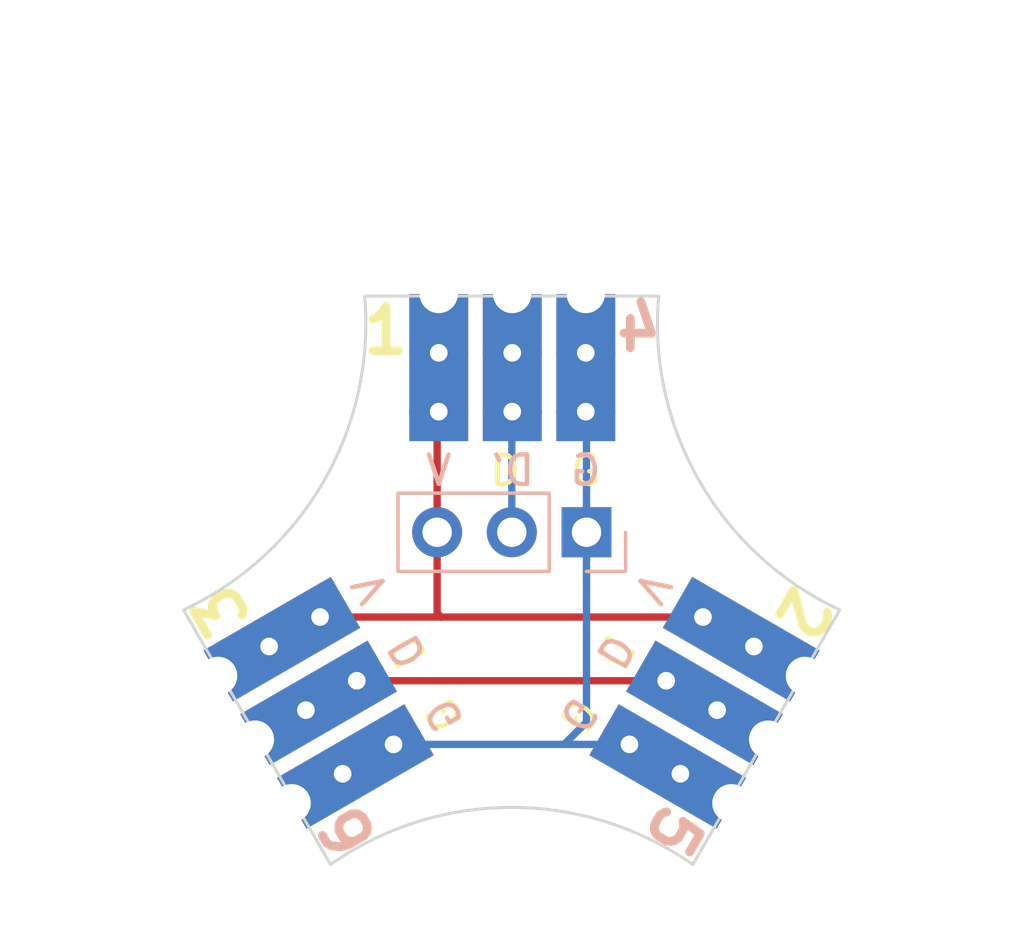
<source format=kicad_pcb>
(kicad_pcb (version 20211014) (generator pcbnew)
  (layers (0 "F.Cu" signal) (31 "B.Cu" signal) (34 "B.Paste" user) (35 "F.Paste" user) (36 "B.SilkS" user "B.Silkscreen") (37 "F.SilkS" user "F.Silkscreen") (38 "B.Mask" user) (39 "F.Mask" user) (44 "Edge.Cuts" user))
  (net 0 "")
  (net 1 "/V")
  (net 2 "/D")
  (net 3 "/G")
  (net 4 "/D'")
  (footprint "ledstrip_footprints:strip_print_output" (layer "F.Cu") (at 136.05 114.3 120)
    (fp_text reference "J1" hide)
    (fp_text value "led_strip_output")
    (fp_text user "D" (at 0 6 120 unlocked) (layer "B.SilkS") (effects (justify mirror)))
    (fp_text user "V" (at 2.5 6 120 unlocked) (layer "B.SilkS") (effects (justify mirror)))
    (fp_text user "G" (at -2.5 6 120 unlocked) (layer "B.SilkS") (effects (justify mirror)))
    (fp_text user "G" (at -2.5 6 120 unlocked) (layer "F.SilkS"))
    (fp_text user "D" (at 0 6 120 unlocked) (layer "F.SilkS"))
    (fp_text user "V" (at 2.5 6 120 unlocked) (layer "F.SilkS"))
    (pad "1" thru_hole circle (at 2.5 2 120) (size 2 2) (drill 0.6) (layers *.Cu *.Mask) (net 1 "/V"))
    (pad "1" thru_hole rect (at 2.5 0 120) (size 2 5) (drill 1.3 (offset 0 2.5)) (layers *.Cu *.Mask) (net 1 "/V"))
    (pad "1" thru_hole circle (at 2.5 4 120) (size 2 2) (drill 0.6) (layers *.Cu *.Mask) (net 1 "/V"))
    (pad "2" thru_hole rect (at 0 0 120) (size 2 5) (drill 1.3 (offset 0 2.5)) (layers *.Cu *.Mask) (net 2 "/D"))
    (pad "2" thru_hole circle (at 0 2 120) (size 2 2) (drill 0.6) (layers *.Cu *.Mask) (net 2 "/D"))
    (pad "2" thru_hole circle (at 0 4 120) (size 2 2) (drill 0.6) (layers *.Cu *.Mask) (net 2 "/D"))
    (pad "3" thru_hole circle (at -2.5 2 120) (size 2 2) (drill 0.6) (layers *.Cu *.Mask) (net 3 "/G"))
    (pad "3" thru_hole circle (at -2.5 4 120) (size 2 2) (drill 0.6) (layers *.Cu *.Mask) (net 3 "/G"))
    (pad "3" thru_hole rect (at -2.5 0 120) (size 2 5) (drill 1.3 (offset 0 2.5)) (layers *.Cu *.Mask) (net 3 "/G"))
  )
  (footprint "ledstrip_footprints:strip_print_input" (layer "F.Cu") (at 144.8 99.15)
    (fp_text reference "J2" hide)
    (fp_text value "led_strip_input")
    (fp_text user "V" (at -2.5 6 unlocked) (layer "B.SilkS") (effects (justify mirror)))
    (fp_text user "D'" (at 0 6 unlocked) (layer "B.SilkS") (effects (justify mirror)))
    (fp_text user "G" (at 2.5 6 unlocked) (layer "B.SilkS") (effects (justify mirror)))
    (fp_text user "G" (at 2.5 6 unlocked) (layer "F.SilkS"))
    (fp_text user "D'" (at 0 6 unlocked) (layer "F.SilkS"))
    (fp_text user "V" (at -2.5 6 unlocked) (layer "F.SilkS"))
    (pad "1" thru_hole circle (at -2.5 4) (size 2 2) (drill 0.6) (layers *.Cu *.Mask) (net 1 "/V"))
    (pad "1" thru_hole circle (at -2.5 2) (size 2 2) (drill 0.6) (layers *.Cu *.Mask) (net 1 "/V"))
    (pad "1" thru_hole rect (at -2.5 0) (size 2 5) (drill 1.3 (offset 0 2.5)) (layers *.Cu *.Mask) (net 1 "/V"))
    (pad "2" thru_hole rect (at 0 0) (size 2 5) (drill 1.3 (offset 0 2.5)) (layers *.Cu *.Mask) (net 4 "/D'"))
    (pad "2" thru_hole circle (at 0 4) (size 2 2) (drill 0.6) (layers *.Cu *.Mask) (net 4 "/D'"))
    (pad "2" thru_hole circle (at 0 2) (size 2 2) (drill 0.6) (layers *.Cu *.Mask) (net 4 "/D'"))
    (pad "3" thru_hole circle (at 2.5 2) (size 2 2) (drill 0.6) (layers *.Cu *.Mask) (net 3 "/G"))
    (pad "3" thru_hole circle (at 2.5 4) (size 2 2) (drill 0.6) (layers *.Cu *.Mask) (net 3 "/G"))
    (pad "3" thru_hole rect (at 2.5 0) (size 2 5) (drill 1.3 (offset 0 2.5)) (layers *.Cu *.Mask) (net 3 "/G"))
  )
  (footprint "ledstrip_footprints:strip_print_input" (layer "F.Cu") (at 153.5 114.3 -120)
    (fp_text reference "J3" hide)
    (fp_text value "led_strip_input")
    (fp_text user "V" (at -2.5 6 -120 unlocked) (layer "B.SilkS") (effects (justify mirror)))
    (fp_text user "G" (at 2.5 6 -120 unlocked) (layer "B.SilkS") (effects (justify mirror)))
    (fp_text user "D" (at 0 6 -120 unlocked) (layer "B.SilkS") (effects (justify mirror)))
    (fp_text user "V" (at -2.5 6 -120 unlocked) (layer "F.SilkS"))
    (fp_text user "G" (at 2.5 6 -120 unlocked) (layer "F.SilkS"))
    (fp_text user "D" (at 0 6 -120 unlocked) (layer "F.SilkS"))
    (pad "1" thru_hole circle (at -2.5 2 240) (size 2 2) (drill 0.6) (layers *.Cu *.Mask) (net 1 "/V"))
    (pad "1" thru_hole rect (at -2.5 0 240) (size 2 5) (drill 1.3 (offset 0 2.5)) (layers *.Cu *.Mask) (net 1 "/V"))
    (pad "1" thru_hole circle (at -2.5 4 240) (size 2 2) (drill 0.6) (layers *.Cu *.Mask) (net 1 "/V"))
    (pad "2" thru_hole circle (at 0 4 240) (size 2 2) (drill 0.6) (layers *.Cu *.Mask) (net 2 "/D"))
    (pad "2" thru_hole circle (at 0 2 240) (size 2 2) (drill 0.6) (layers *.Cu *.Mask) (net 2 "/D"))
    (pad "2" thru_hole rect (at 0 0 240) (size 2 5) (drill 1.3 (offset 0 2.5)) (layers *.Cu *.Mask) (net 2 "/D"))
    (pad "3" thru_hole circle (at 2.5 4 240) (size 2 2) (drill 0.6) (layers *.Cu *.Mask) (net 3 "/G"))
    (pad "3" thru_hole rect (at 2.5 0 240) (size 2 5) (drill 1.3 (offset 0 2.5)) (layers *.Cu *.Mask) (net 3 "/G"))
    (pad "3" thru_hole circle (at 2.5 2 240) (size 2 2) (drill 0.6) (layers *.Cu *.Mask) (net 3 "/G"))
  )
  (footprint "Connector_PinHeader_2.54mm:PinHeader_1x03_P2.54mm_Vertical" (layer "B.Cu") (at 147.325 107.25 90)
    (fp_text reference "J4" hide)
    (fp_text value "Conn_01x03")
    (fp_line (start -1.33 -6.41) (end 1.33 -6.41) (layer "B.SilkS") (width 0.12))
    (fp_line (start -1.33 0) (end -1.33 1.33) (layer "B.SilkS") (width 0.12))
    (fp_line (start -1.33 1.33) (end 0 1.33) (layer "B.SilkS") (width 0.12))
    (fp_line (start 1.33 -1.27) (end 1.33 -6.41) (layer "B.SilkS") (width 0.12))
    (fp_line (start -1.33 -1.27) (end -1.33 -6.41) (layer "B.SilkS") (width 0.12))
    (fp_line (start -1.33 -1.27) (end 1.33 -1.27) (layer "B.SilkS") (width 0.12))
    (pad "1" thru_hole rect (at 0 0 90) (size 1.7 1.7) (drill 1) (layers *.Cu *.Mask) (net 3 "/G"))
    (pad "2" thru_hole oval (at 0 -2.54 90) (size 1.7 1.7) (drill 1) (layers *.Cu *.Mask) (net 4 "/D'"))
    (pad "3" thru_hole oval (at 0 -5.08 90) (size 1.7 1.7) (drill 1) (layers *.Cu *.Mask) (net 1 "/V"))
  )
  (gr_line (start 139.78 99.22) (end 149.78 99.22) (layer "Edge.Cuts") (width 0.1))
  (gr_arc (start 138.62 118.55) (mid 144.78 116.60776) (end 150.94 118.55) (layer "Edge.Cuts") (width 0.1))
  (gr_line (start 133.62 109.89) (end 138.62 118.55) (layer "Edge.Cuts") (width 0.1))
  (gr_line (start 155.94 109.89) (end 150.94 118.55) (layer "Edge.Cuts") (width 0.1))
  (gr_arc (start 139.78 99.22) (mid 138.382119 105.52612) (end 133.62 109.89) (layer "Edge.Cuts") (width 0.1))
  (gr_arc (start 155.94 109.89) (mid 151.17582 105.52731) (end 149.78 99.22) (layer "Edge.Cuts") (width 0.1))
  (gr_text "4" (at 149.1 100.3) (layer "B.SilkS") (effects (font (size 1.5 1.5) (thickness 0.3)) (justify mirror)))
  (gr_text "6\n" (at 139.2 117.4 120) (layer "B.SilkS") (effects (font (size 1.5 1.5) (thickness 0.3))))
  (gr_text "5\n" (at 150.3 117.4 -120) (layer "B.SilkS") (effects (font (size 1.5 1.5) (thickness 0.3))))
  (gr_text "3" (at 134.9 109.9 120) (layer "F.SilkS") (effects (font (size 1.5 1.5) (thickness 0.3))))
  (gr_text "1" (at 140.5 100.4) (layer "F.SilkS") (effects (font (size 1.5 1.5) (thickness 0.3))))
  (gr_text "2" (at 154.7 110 240) (layer "F.SilkS") (effects (font (size 1.5 1.5) (thickness 0.3))))
  (segment (start 151.285898 110.134936) (end 142.384936 110.134936) (width 0.25) (layer "F.Cu") (net 1))
  (segment (start 142.384936 110.134936) (end 142.245 109.995) (width 0.25) (layer "F.Cu") (net 1))
  (segment (start 142.245 99.4) (end 142.3 99.345) (width 0.25) (layer "F.Cu") (net 1))
  (segment (start 142.245 107.25) (end 142.245 103.205) (width 0.25) (layer "F.Cu") (net 1))
  (segment (start 153.177431 112.026469) (end 154.562135 112.026469) (width 0.25) (layer "F.Cu") (net 1))
  (segment (start 142.3 103.15) (end 142.3 99.345) (width 0.25) (layer "F.Cu") (net 1))
  (segment (start 151.285898 110.134936) (end 153.177431 112.026469) (width 0.25) (layer "F.Cu") (net 1))
  (segment (start 142.245 103.205) (end 142.3 103.15) (width 0.25) (layer "F.Cu") (net 1))
  (segment (start 142.384936 110.134936) (end 138.264102 110.134936) (width 0.25) (layer "F.Cu") (net 1))
  (segment (start 136.3769 112.022138) (end 134.995366 112.022138) (width 0.25) (layer "F.Cu") (net 1))
  (segment (start 142.245 109.995) (end 142.245 107.25) (width 0.25) (layer "F.Cu") (net 1))
  (segment (start 138.264102 110.134936) (end 136.3769 112.022138) (width 0.25) (layer "F.Cu") (net 1))
  (segment (start 150.035898 112.3) (end 151.927415 114.191517) (width 0.25) (layer "F.Cu") (net 2))
  (segment (start 139.514102 112.3) (end 137.626915 114.187187) (width 0.25) (layer "F.Cu") (net 2))
  (segment (start 150.035898 112.3) (end 139.514102 112.3) (width 0.25) (layer "F.Cu") (net 2))
  (segment (start 151.927415 114.191517) (end 153.312108 114.191517) (width 0.25) (layer "F.Cu") (net 2))
  (segment (start 137.626915 114.187187) (end 136.245393 114.187187) (width 0.25) (layer "F.Cu") (net 2))
  (segment (start 147.325 99.37) (end 147.3 99.345) (width 0.25) (layer "F.Cu") (net 3))
  (segment (start 146.565064 114.465064) (end 147.325 113.705128) (width 0.25) (layer "B.Cu") (net 3))
  (segment (start 148.785898 114.465064) (end 150.677399 116.356565) (width 0.25) (layer "B.Cu") (net 3))
  (segment (start 150.677399 116.356565) (end 152.062079 116.356565) (width 0.25) (layer "B.Cu") (net 3))
  (segment (start 147.325 113.705128) (end 147.325 107.25) (width 0.25) (layer "B.Cu") (net 3))
  (segment (start 138.723855 116.505311) (end 137.583802 116.505311) (width 0.25) (layer "B.Cu") (net 3))
  (segment (start 147.3 103.15) (end 147.3 99.345) (width 0.25) (layer "B.Cu") (net 3))
  (segment (start 147.325 107.25) (end 147.325 99.37) (width 0.25) (layer "B.Cu") (net 3))
  (segment (start 148.785898 114.465064) (end 146.565064 114.465064) (width 0.25) (layer "B.Cu") (net 3))
  (segment (start 146.565064 114.465064) (end 140.764102 114.465064) (width 0.25) (layer "B.Cu") (net 3))
  (segment (start 138.723855 116.505311) (end 140.764102 114.465064) (width 0.25) (layer "B.Cu") (net 3))
  (segment (start 144.785 99.36) (end 144.8 99.345) (width 0.25) (layer "F.Cu") (net 4))
  (segment (start 144.785 107.25) (end 144.785 99.36) (width 0.25) (layer "B.Cu") (net 4))
  (segment (start 144.8 103.15) (end 144.8 99.345) (width 0.25) (layer "B.Cu") (net 4))
)
</source>
